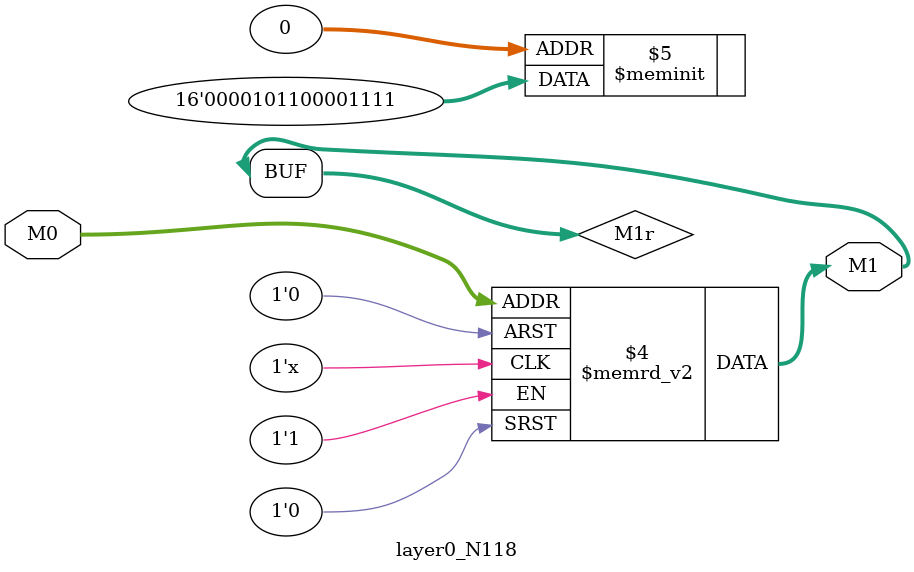
<source format=v>
module layer0_N118 ( input [2:0] M0, output [1:0] M1 );

	(*rom_style = "distributed" *) reg [1:0] M1r;
	assign M1 = M1r;
	always @ (M0) begin
		case (M0)
			3'b000: M1r = 2'b11;
			3'b100: M1r = 2'b11;
			3'b010: M1r = 2'b00;
			3'b110: M1r = 2'b00;
			3'b001: M1r = 2'b11;
			3'b101: M1r = 2'b10;
			3'b011: M1r = 2'b00;
			3'b111: M1r = 2'b00;

		endcase
	end
endmodule

</source>
